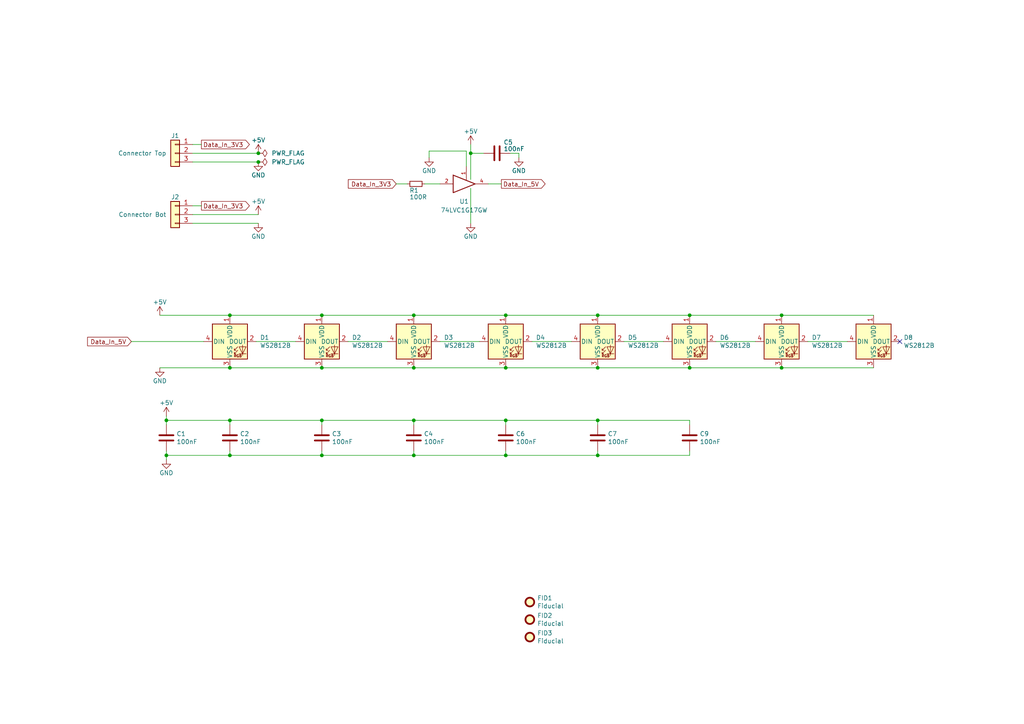
<source format=kicad_sch>
(kicad_sch (version 20211123) (generator eeschema)
  (paper "A4")
  (title_block (title "Index - Ring Light") (date "2021-09-14") (rev "04"))
  (lib_symbols
    (symbol "74xGxx:74AHCT1G126" (pin_names (offset 1.016))
      (property "Reference" "U" (at -2.54 3.81 0))
      (property "Value" "74AHCT1G126" (at 0 -3.81 0))
      (symbol "74AHCT1G126_0_1"
        (polyline (pts (xy -3.81 2.54) (xy -3.81 -2.54) (xy 2.54 0) (xy -3.81 2.54)) (stroke (width 0.254)))
      )
      (symbol "74AHCT1G126_1_1"
        (pin input line (at 0 5.08 270) (length 3.937) (name "~") (number "1"))
        (pin input line (at -7.62 0 0) (length 3.81) (name "~") (number "2"))
        (pin power_in line (at 1.27 -1.27 270) (length 0) hide (name "GND") (number "3"))
        (pin tri_state line (at 6.35 0 180) (length 3.81) (name "~") (number "4"))
        (pin power_in line (at 1.27 1.27 90) (length 0) hide (name "VCC") (number "5"))
      )
    )
    (symbol "Connector_Generic:Conn_01x03" (pin_names (offset 1.016) hide)
      (property "Reference" "J" (at 0 5.08 0))
      (property "Value" "Conn_01x03" (at 0 -5.08 0))
      (symbol "Conn_01x03_1_1"
        (rectangle (start -1.27 -2.413) (end 0 -2.667) (stroke (width 0.1524)))
        (rectangle (start -1.27 0.127) (end 0 -0.127) (stroke (width 0.1524)))
        (rectangle (start -1.27 2.667) (end 0 2.413) (stroke (width 0.1524)))
        (rectangle (start -1.27 3.81) (end 1.27 -3.81) (stroke (width 0.254)) (fill (type background)))
        (pin passive line (at -5.08 2.54 0) (length 3.81) (name "Pin_1") (number "1"))
        (pin passive line (at -5.08 0 0) (length 3.81) (name "Pin_2") (number "2"))
        (pin passive line (at -5.08 -2.54 0) (length 3.81) (name "Pin_3") (number "3"))
      )
    )
    (symbol "Device:C" (pin_numbers hide) (pin_names (offset 0.254))
      (property "Reference" "C" (at 0.635 2.54 0))
      (property "Value" "C" (at 0.635 -2.54 0))
      (symbol "C_0_1"
        (polyline (pts (xy -2.032 -0.762) (xy 2.032 -0.762)) (stroke (width 0.508)))
        (polyline (pts (xy -2.032 0.762) (xy 2.032 0.762)) (stroke (width 0.508)))
      )
      (symbol "C_1_1"
        (pin passive line (at 0 3.81 270) (length 2.794) (name "~") (number "1"))
        (pin passive line (at 0 -3.81 90) (length 2.794) (name "~") (number "2"))
      )
    )
    (symbol "Device:R_Small" (pin_numbers hide) (pin_names (offset 0.254) hide)
      (property "Reference" "R" (at 0.762 0.508 0))
      (property "Value" "R_Small" (at 0.762 -1.016 0))
      (symbol "R_Small_0_1"
        (rectangle (start -0.762 1.778) (end 0.762 -1.778) (stroke (width 0.2032)))
      )
      (symbol "R_Small_1_1"
        (pin passive line (at 0 2.54 270) (length 0.762) (name "~") (number "1"))
        (pin passive line (at 0 -2.54 90) (length 0.762) (name "~") (number "2"))
      )
    )
    (symbol "LED:WS2812B" (pin_names (offset 0.254))
      (property "Reference" "D" (at 5.08 5.715 0))
      (property "Value" "WS2812B" (at 1.27 -5.715 0))
      (symbol "WS2812B_0_0"
        (text "RGB" (at 2.286 -4.191 0) (effects (font (size 0.762 0.762))))
      )
      (symbol "WS2812B_0_1"
        (polyline (pts (xy 1.27 -3.556) (xy 1.778 -3.556)))
        (polyline (pts (xy 1.27 -2.54) (xy 1.778 -2.54)))
        (polyline (pts (xy 4.699 -3.556) (xy 2.667 -3.556)))
        (polyline (pts (xy 2.286 -2.54) (xy 1.27 -3.556) (xy 1.27 -3.048)))
        (polyline (pts (xy 2.286 -1.524) (xy 1.27 -2.54) (xy 1.27 -2.032)))
        (polyline (pts (xy 3.683 -1.016) (xy 3.683 -3.556) (xy 3.683 -4.064)))
        (polyline (pts (xy 4.699 -1.524) (xy 2.667 -1.524) (xy 3.683 -3.556) (xy 4.699 -1.524)))
        (rectangle (start 5.08 5.08) (end -5.08 -5.08) (stroke (width 0.254)) (fill (type background)))
      )
      (symbol "WS2812B_1_1"
        (pin power_in line (at 0 7.62 270) (length 2.54) (name "VDD") (number "1"))
        (pin output line (at 7.62 0 180) (length 2.54) (name "DOUT") (number "2"))
        (pin power_in line (at 0 -7.62 90) (length 2.54) (name "VSS") (number "3"))
        (pin input line (at -7.62 0 0) (length 2.54) (name "DIN") (number "4"))
      )
    )
    (symbol "Mechanical:Fiducial"
      (property "Reference" "FID" (at 0 5.08 0))
      (property "Value" "Fiducial" (at 0 3.175 0))
      (symbol "Fiducial_0_1"
        (circle (center 0 0) (radius 1.27) (stroke (width 0.508)) (fill (type background)))
      )
    )
    (symbol "power:+5V" (power) (pin_names (offset 0))
      (property "Value" "+5V" (at 0 3.556 0))
      (symbol "+5V_0_1"
        (polyline (pts (xy -0.762 1.27) (xy 0 2.54)))
        (polyline (pts (xy 0 0) (xy 0 2.54)))
        (polyline (pts (xy 0 2.54) (xy 0.762 1.27)))
      )
      (symbol "+5V_1_1"
        (pin power_in line (at 0 0 90) (length 0) hide (name "+5V") (number "1"))
      )
    )
    (symbol "power:GND" (power) (pin_names (offset 0))
      (property "Value" "GND" (at 0 -3.81 0))
      (symbol "GND_0_1"
        (polyline (pts (xy 0 0) (xy 0 -1.27) (xy 1.27 -1.27) (xy 0 -2.54) (xy -1.27 -1.27) (xy 0 -1.27)))
      )
      (symbol "GND_1_1"
        (pin power_in line (at 0 0 270) (length 0) hide (name "GND") (number "1"))
      )
    )
    (symbol "power:PWR_FLAG" (power) (pin_numbers hide) (pin_names (offset 0) hide)
      (property "Value" "PWR_FLAG" (at 0 3.81 0))
      (symbol "PWR_FLAG_0_0"
        (pin power_out line (at 0 0 90) (length 0) (name "pwr") (number "1"))
      )
      (symbol "PWR_FLAG_0_1"
        (polyline (pts (xy 0 0) (xy 0 1.27) (xy -1.016 1.905) (xy 0 2.54) (xy 1.016 1.905) (xy 0 1.27)))
      )
    )
  )
  (junction (at 173.355 106.68))
  (junction (at 66.675 91.44))
  (junction (at 93.345 132.08))
  (junction (at 66.675 121.92))
  (junction (at 66.675 106.68))
  (junction (at 120.015 106.68))
  (junction (at 226.695 106.68))
  (junction (at 173.355 132.08))
  (junction (at 146.685 91.44))
  (junction (at 226.695 91.44))
  (junction (at 74.93 46.99))
  (junction (at 74.93 44.45))
  (junction (at 48.26 132.08))
  (junction (at 146.685 132.08))
  (junction (at 66.675 132.08))
  (junction (at 120.015 91.44))
  (junction (at 93.345 121.92))
  (junction (at 120.015 121.92))
  (junction (at 146.685 121.92))
  (junction (at 146.685 106.68))
  (junction (at 200.025 91.44))
  (junction (at 93.345 106.68))
  (junction (at 120.015 132.08))
  (junction (at 200.025 106.68))
  (junction (at 93.345 91.44))
  (junction (at 173.355 121.92))
  (junction (at 136.525 44.45))
  (junction (at 173.355 91.44))
  (junction (at 48.26 121.92))
  (no_connect (at 260.985 99.06))
  (wire (pts (xy 173.355 91.44) (xy 200.025 91.44)))
  (wire (pts (xy 150.495 44.45) (xy 150.495 45.72)))
  (wire (pts (xy 120.015 91.44) (xy 146.685 91.44)))
  (wire (pts (xy 120.015 121.92) (xy 146.685 121.92)))
  (wire (pts (xy 93.345 106.68) (xy 66.675 106.68)))
  (wire (pts (xy 46.355 91.44) (xy 66.675 91.44)))
  (wire (pts (xy 200.025 121.92) (xy 200.025 123.19)))
  (wire (pts (xy 66.675 121.92) (xy 66.675 123.19)))
  (wire (pts (xy 55.88 41.91) (xy 58.42 41.91)))
  (wire (pts (xy 120.015 132.08) (xy 146.685 132.08)))
  (wire (pts (xy 127.635 99.06) (xy 139.065 99.06)))
  (wire (pts (xy 38.1 99.06) (xy 59.055 99.06)))
  (wire (pts (xy 114.935 53.34) (xy 118.11 53.34)))
  (wire (pts (xy 146.685 132.08) (xy 146.685 130.81)))
  (wire (pts (xy 55.88 59.69) (xy 58.42 59.69)))
  (wire (pts (xy 207.645 99.06) (xy 219.075 99.06)))
  (wire (pts (xy 141.605 53.34) (xy 145.415 53.34)))
  (wire (pts (xy 140.335 44.45) (xy 136.525 44.45)))
  (wire (pts (xy 154.305 99.06) (xy 165.735 99.06)))
  (wire (pts (xy 66.675 132.08) (xy 93.345 132.08)))
  (wire (pts (xy 48.26 130.81) (xy 48.26 132.08)))
  (wire (pts (xy 48.26 121.92) (xy 48.26 123.19)))
  (wire (pts (xy 180.975 99.06) (xy 192.405 99.06)))
  (wire (pts (xy 124.46 43.815) (xy 124.46 45.72)))
  (wire (pts (xy 93.345 91.44) (xy 120.015 91.44)))
  (wire (pts (xy 234.315 99.06) (xy 245.745 99.06)))
  (wire (pts (xy 55.88 44.45) (xy 74.93 44.45)))
  (wire (pts (xy 200.025 106.68) (xy 226.695 106.68)))
  (wire (pts (xy 55.88 62.23) (xy 74.93 62.23)))
  (wire (pts (xy 66.675 132.08) (xy 66.675 130.81)))
  (wire (pts (xy 173.355 132.08) (xy 200.025 132.08)))
  (wire (pts (xy 55.88 64.77) (xy 74.93 64.77)))
  (wire (pts (xy 93.345 132.08) (xy 93.345 130.81)))
  (wire (pts (xy 200.025 132.08) (xy 200.025 130.81)))
  (wire (pts (xy 173.355 121.92) (xy 173.355 123.19)))
  (wire (pts (xy 100.965 99.06) (xy 112.395 99.06)))
  (wire (pts (xy 93.345 132.08) (xy 120.015 132.08)))
  (wire (pts (xy 46.355 106.68) (xy 66.675 106.68)))
  (wire (pts (xy 136.525 44.45) (xy 136.525 52.07)))
  (wire (pts (xy 120.015 121.92) (xy 120.015 123.19)))
  (wire (pts (xy 173.355 121.92) (xy 200.025 121.92)))
  (wire (pts (xy 136.525 54.61) (xy 136.525 64.77)))
  (wire (pts (xy 173.355 132.08) (xy 173.355 130.81)))
  (wire (pts (xy 200.025 106.68) (xy 173.355 106.68)))
  (wire (pts (xy 93.345 121.92) (xy 120.015 121.92)))
  (wire (pts (xy 146.685 106.68) (xy 173.355 106.68)))
  (wire (pts (xy 147.955 44.45) (xy 150.495 44.45)))
  (wire (pts (xy 120.015 106.68) (xy 146.685 106.68)))
  (wire (pts (xy 146.685 121.92) (xy 146.685 123.19)))
  (wire (pts (xy 200.025 91.44) (xy 226.695 91.44)))
  (wire (pts (xy 146.685 132.08) (xy 173.355 132.08)))
  (wire (pts (xy 226.695 91.44) (xy 253.365 91.44)))
  (wire (pts (xy 48.26 132.08) (xy 48.26 133.35)))
  (wire (pts (xy 123.19 53.34) (xy 127.635 53.34)))
  (wire (pts (xy 146.685 91.44) (xy 173.355 91.44)))
  (wire (pts (xy 48.26 120.65) (xy 48.26 121.92)))
  (wire (pts (xy 74.295 99.06) (xy 85.725 99.06)))
  (wire (pts (xy 135.255 48.26) (xy 135.255 43.815)))
  (wire (pts (xy 93.345 121.92) (xy 93.345 123.19)))
  (wire (pts (xy 55.88 46.99) (xy 74.93 46.99)))
  (wire (pts (xy 48.26 132.08) (xy 66.675 132.08)))
  (wire (pts (xy 93.345 106.68) (xy 120.015 106.68)))
  (wire (pts (xy 136.525 41.91) (xy 136.525 44.45)))
  (wire (pts (xy 66.675 121.92) (xy 93.345 121.92)))
  (wire (pts (xy 48.26 121.92) (xy 66.675 121.92)))
  (wire (pts (xy 120.015 132.08) (xy 120.015 130.81)))
  (wire (pts (xy 124.46 43.815) (xy 135.255 43.815)))
  (wire (pts (xy 226.695 106.68) (xy 253.365 106.68)))
  (wire (pts (xy 146.685 121.92) (xy 173.355 121.92)))
  (wire (pts (xy 66.675 91.44) (xy 93.345 91.44)))
  (global_label "Data_In_3V3" (shape output) (at 58.42 41.91 0) (property "Intersheet References" "${INTERSHEET_REFS}" (effects hide)))
  (global_label "Data_In_3V3" (shape input) (at 114.935 53.34 180) (property "Intersheet References" "${INTERSHEET_REFS}" (effects hide)))
  (global_label "Data_In_5V" (shape output) (at 145.415 53.34 0) (property "Intersheet References" "${INTERSHEET_REFS}" (effects hide)))
  (global_label "Data_In_3V3" (shape output) (at 58.42 59.69 0) (property "Intersheet References" "${INTERSHEET_REFS}" (effects hide)))
  (global_label "Data_In_5V" (shape input) (at 38.1 99.06 180) (property "Intersheet References" "${INTERSHEET_REFS}" (effects hide)))
  (symbol (lib_id "LED:WS2812B") (at 66.675 99.06 0) (unit 1)
    (property "Reference" "D1" (at 75.4126 97.8916 0) (effects (justify left)))
    (property "Value" "WS2812B" (at 75.4126 100.203 0) (effects (justify left)))
    (property "Footprint" "LED_SMD:LED_WS2812B_PLCC4_5.0x5.0mm_P3.2mm" (effects hide))
    (property "Datasheet" "https://cdn-shop.adafruit.com/datasheets/WS2812B.pdf" (effects hide))
    (property "Part #" "WS2812B" (effects hide))
    (property "LCSC" "C2843785" (effects hide))
  )
  (symbol (lib_id "LED:WS2812B") (at 93.345 99.06 0) (unit 1)
    (property "Reference" "D2" (at 102.0826 97.8916 0) (effects (justify left)))
    (property "Value" "WS2812B" (at 102.0826 100.203 0) (effects (justify left)))
    (property "Footprint" "LED_SMD:LED_WS2812B_PLCC4_5.0x5.0mm_P3.2mm" (effects hide))
    (property "Datasheet" "https://cdn-shop.adafruit.com/datasheets/WS2812B.pdf" (effects hide))
    (property "Part #" "WS2812B" (effects hide))
    (property "LCSC" "C2843785" (effects hide))
  )
  (symbol (lib_id "LED:WS2812B") (at 120.015 99.06 0) (unit 1)
    (property "Reference" "D3" (at 128.7526 97.8916 0) (effects (justify left)))
    (property "Value" "WS2812B" (at 128.7526 100.203 0) (effects (justify left)))
    (property "Footprint" "LED_SMD:LED_WS2812B_PLCC4_5.0x5.0mm_P3.2mm" (effects hide))
    (property "Datasheet" "https://cdn-shop.adafruit.com/datasheets/WS2812B.pdf" (effects hide))
    (property "Part #" "WS2812B" (effects hide))
    (property "LCSC" "C2843785" (effects hide))
  )
  (symbol (lib_id "LED:WS2812B") (at 146.685 99.06 0) (unit 1)
    (property "Reference" "D4" (at 155.4226 97.8916 0) (effects (justify left)))
    (property "Value" "WS2812B" (at 155.4226 100.203 0) (effects (justify left)))
    (property "Footprint" "LED_SMD:LED_WS2812B_PLCC4_5.0x5.0mm_P3.2mm" (effects hide))
    (property "Datasheet" "https://cdn-shop.adafruit.com/datasheets/WS2812B.pdf" (effects hide))
    (property "Part #" "WS2812B" (effects hide))
    (property "LCSC" "C2843785" (effects hide))
  )
  (symbol (lib_id "LED:WS2812B") (at 173.355 99.06 0) (unit 1)
    (property "Reference" "D5" (at 182.0926 97.8916 0) (effects (justify left)))
    (property "Value" "WS2812B" (at 182.0926 100.203 0) (effects (justify left)))
    (property "Footprint" "LED_SMD:LED_WS2812B_PLCC4_5.0x5.0mm_P3.2mm" (effects hide))
    (property "Datasheet" "https://cdn-shop.adafruit.com/datasheets/WS2812B.pdf" (effects hide))
    (property "Part #" "WS2812B" (effects hide))
    (property "LCSC" "C2843785" (effects hide))
  )
  (symbol (lib_id "LED:WS2812B") (at 200.025 99.06 0) (unit 1)
    (property "Reference" "D6" (at 208.7626 97.8916 0) (effects (justify left)))
    (property "Value" "WS2812B" (at 208.7626 100.203 0) (effects (justify left)))
    (property "Footprint" "LED_SMD:LED_WS2812B_PLCC4_5.0x5.0mm_P3.2mm" (effects hide))
    (property "Datasheet" "https://cdn-shop.adafruit.com/datasheets/WS2812B.pdf" (effects hide))
    (property "Part #" "WS2812B" (effects hide))
    (property "LCSC" "C2843785" (effects hide))
  )
  (symbol (lib_id "LED:WS2812B") (at 226.695 99.06 0) (unit 1)
    (property "Reference" "D7" (at 235.4326 97.8916 0) (effects (justify left)))
    (property "Value" "WS2812B" (at 235.4326 100.203 0) (effects (justify left)))
    (property "Footprint" "LED_SMD:LED_WS2812B_PLCC4_5.0x5.0mm_P3.2mm" (effects hide))
    (property "Datasheet" "https://cdn-shop.adafruit.com/datasheets/WS2812B.pdf" (effects hide))
    (property "Part #" "WS2812B" (effects hide))
    (property "LCSC" "C2843785" (effects hide))
  )
  (symbol (lib_id "LED:WS2812B") (at 253.365 99.06 0) (unit 1)
    (property "Reference" "D8" (at 262.1026 97.8916 0) (effects (justify left)))
    (property "Value" "WS2812B" (at 262.1026 100.203 0) (effects (justify left)))
    (property "Footprint" "LED_SMD:LED_WS2812B_PLCC4_5.0x5.0mm_P3.2mm" (effects hide))
    (property "Datasheet" "https://cdn-shop.adafruit.com/datasheets/WS2812B.pdf" (effects hide))
    (property "Part #" "WS2812B" (effects hide))
    (property "LCSC" "C2843785" (effects hide))
  )
  (symbol (lib_id "Mechanical:Fiducial") (at 153.67 174.625 0) (unit 1)
    (property "Reference" "FID1" (at 155.829 173.4566 0) (effects (justify left)))
    (property "Value" "Fiducial" (at 155.829 175.768 0) (effects (justify left)))
    (property "Footprint" "Fiducial:Fiducial_1mm_Mask2mm" (effects hide))
  )
  (symbol (lib_id "Mechanical:Fiducial") (at 153.67 179.705 0) (unit 1)
    (property "Reference" "FID2" (at 155.829 178.5366 0) (effects (justify left)))
    (property "Value" "Fiducial" (at 155.829 180.848 0) (effects (justify left)))
    (property "Footprint" "Fiducial:Fiducial_1mm_Mask2mm" (effects hide))
  )
  (symbol (lib_id "Mechanical:Fiducial") (at 153.67 184.785 0) (unit 1)
    (property "Reference" "FID3" (at 155.829 183.6166 0) (effects (justify left)))
    (property "Value" "Fiducial" (at 155.829 185.928 0) (effects (justify left)))
    (property "Footprint" "Fiducial:Fiducial_1mm_Mask2mm" (effects hide))
  )
  (symbol (lib_id "power:GND") (at 46.355 106.68 0) (unit 1)
    (property "Reference" "#PWR02" (effects hide))
    (property "Value" "GND" (at 46.355 110.49 0))
  )
  (symbol (lib_id "power:+5V") (at 46.355 91.44 0) (unit 1)
    (property "Reference" "#PWR01" (effects hide))
    (property "Value" "+5V" (at 46.355 87.63 0))
  )
  (symbol (lib_id "power:+5V") (at 48.26 120.65 0) (unit 1)
    (property "Reference" "#PWR03" (effects hide))
    (property "Value" "+5V" (at 48.26 116.84 0))
  )
  (symbol (lib_id "power:GND") (at 48.26 133.35 0) (unit 1)
    (property "Reference" "#PWR04" (effects hide))
    (property "Value" "GND" (at 48.26 137.16 0))
  )
  (symbol (lib_id "Device:C") (at 66.675 127 0) (unit 1)
    (property "Reference" "C2" (at 69.596 125.8316 0) (effects (justify left)))
    (property "Value" "100nF" (at 69.596 128.143 0) (effects (justify left)))
    (property "Footprint" "Capacitor_SMD:C_0805_2012Metric" (effects hide))
    (property "Part #" "CC0805KRX7R9BB104" (effects hide))
    (property "JLCPCB" "C49678" (effects hide))
    (property "LCSC" "C49678" (effects hide))
  )
  (symbol (lib_id "Connector_Generic:Conn_01x03") (at 50.8 62.23 0) (mirror y) (unit 1)
    (property "Reference" "J2" (at 50.8 57.15 0))
    (property "Value" "Connector Bot" (at 48.26 62.23 0) (effects (justify left)))
    (property "Footprint" "Connector_JST:JST_XH_S3B-XH-A-1_1x03_P2.50mm_Horizontal" (effects hide))
    (property "Part #" "S3B-XH-A-1(LF)(SN)" (effects hide))
    (property "JLCPCB" "C163036" (effects hide))
    (property "LCSC" "C163036" (effects hide))
  )
  (symbol (lib_id "power:+5V") (at 74.93 44.45 0) (unit 1)
    (property "Reference" "#PWR05" (effects hide))
    (property "Value" "+5V" (at 74.93 40.64 0))
  )
  (symbol (lib_id "power:GND") (at 74.93 46.99 0) (unit 1)
    (property "Reference" "#PWR06" (effects hide))
    (property "Value" "GND" (at 74.93 50.8 0))
  )
  (symbol (lib_id "power:GND") (at 136.525 64.77 0) (unit 1)
    (property "Reference" "#PWR011" (effects hide))
    (property "Value" "GND" (at 136.525 68.58 0))
  )
  (symbol (lib_id "power:GND") (at 150.495 45.72 0) (unit 1)
    (property "Reference" "#PWR012" (effects hide))
    (property "Value" "GND" (at 150.495 49.53 0))
  )
  (symbol (lib_id "power:+5V") (at 136.525 41.91 0) (unit 1)
    (property "Reference" "#PWR010" (effects hide))
    (property "Value" "+5V" (at 136.525 38.1 0))
  )
  (symbol (lib_id "Device:C") (at 144.145 44.45 90) (unit 1)
    (property "Reference" "C5" (at 146.05 41.275 90) (effects (justify right)))
    (property "Value" "100nF" (at 146.05 43.18 90) (effects (justify right)))
    (property "Footprint" "Capacitor_SMD:C_0805_2012Metric" (effects hide))
    (property "Part #" "CC0805KRX7R9BB104" (effects hide))
    (property "JLCPCB" "C49678" (effects hide))
    (property "LCSC" "C49678" (effects hide))
  )
  (symbol (lib_id "Connector_Generic:Conn_01x03") (at 50.8 44.45 0) (mirror y) (unit 1)
    (property "Reference" "J1" (at 50.8 39.37 0))
    (property "Value" "Connector Top" (at 48.26 44.45 0) (effects (justify left)))
    (property "Footprint" "Connector_JST:JST_XH_B3B-XH-A_1x03_P2.50mm_Vertical" (effects hide))
    (property "Part #" "B3B-XH-A(LF)(SN)" (effects hide))
    (property "JLCPCB" "C144394" (effects hide))
    (property "LCSC" "C144394" (effects hide))
  )
  (symbol (lib_id "Device:C") (at 93.345 127 0) (unit 1)
    (property "Reference" "C3" (at 96.266 125.8316 0) (effects (justify left)))
    (property "Value" "100nF" (at 96.266 128.143 0) (effects (justify left)))
    (property "Footprint" "Capacitor_SMD:C_0805_2012Metric" (effects hide))
    (property "Part #" "CC0805KRX7R9BB104" (effects hide))
    (property "JLCPCB" "C49678" (effects hide))
    (property "LCSC" "C49678" (effects hide))
  )
  (symbol (lib_id "Device:C") (at 120.015 127 0) (unit 1)
    (property "Reference" "C4" (at 122.936 125.8316 0) (effects (justify left)))
    (property "Value" "100nF" (at 122.936 128.143 0) (effects (justify left)))
    (property "Footprint" "Capacitor_SMD:C_0805_2012Metric" (effects hide))
    (property "Part #" "CC0805KRX7R9BB104" (effects hide))
    (property "JLCPCB" "C49678" (effects hide))
    (property "LCSC" "C49678" (effects hide))
  )
  (symbol (lib_id "Device:C") (at 146.685 127 0) (unit 1)
    (property "Reference" "C6" (at 149.606 125.8316 0) (effects (justify left)))
    (property "Value" "100nF" (at 149.606 128.143 0) (effects (justify left)))
    (property "Footprint" "Capacitor_SMD:C_0805_2012Metric" (effects hide))
    (property "Part #" "CC0805KRX7R9BB104" (effects hide))
    (property "JLCPCB" "C49678" (effects hide))
    (property "LCSC" "C49678" (effects hide))
  )
  (symbol (lib_id "Device:C") (at 173.355 127 0) (unit 1)
    (property "Reference" "C7" (at 176.276 125.8316 0) (effects (justify left)))
    (property "Value" "100nF" (at 176.276 128.143 0) (effects (justify left)))
    (property "Footprint" "Capacitor_SMD:C_0805_2012Metric" (effects hide))
    (property "Part #" "CC0805KRX7R9BB104" (effects hide))
    (property "JLCPCB" "C49678" (effects hide))
    (property "LCSC" "C49678" (effects hide))
  )
  (symbol (lib_id "power:+5V") (at 74.93 62.23 0) (unit 1)
    (property "Reference" "#PWR07" (effects hide))
    (property "Value" "+5V" (at 74.93 58.42 0))
  )
  (symbol (lib_id "Device:C") (at 200.025 127 0) (unit 1)
    (property "Reference" "C9" (at 202.946 125.8316 0) (effects (justify left)))
    (property "Value" "100nF" (at 202.946 128.143 0) (effects (justify left)))
    (property "Footprint" "Capacitor_SMD:C_0805_2012Metric" (effects hide))
    (property "Part #" "CC0805KRX7R9BB104" (effects hide))
    (property "JLCPCB" "C49678" (effects hide))
    (property "LCSC" "C49678" (effects hide))
  )
  (symbol (lib_id "power:GND") (at 74.93 64.77 0) (unit 1)
    (property "Reference" "#PWR08" (effects hide))
    (property "Value" "GND" (at 74.93 68.58 0))
  )
  (symbol (lib_id "Device:R_Small") (at 120.65 53.34 270) (unit 1)
    (property "Reference" "R1" (at 118.745 55.245 90) (effects (justify left)))
    (property "Value" "100R" (at 118.745 57.15 90) (effects (justify left)))
    (property "Footprint" "Resistor_SMD:R_0805_2012Metric" (effects hide))
    (property "Part #" "0805W8F1000T5E" (effects hide))
    (property "LCSC" "C17408" (effects hide))
  )
  (symbol (lib_id "power:GND") (at 124.46 45.72 0) (unit 1)
    (property "Reference" "#PWR09" (effects hide))
    (property "Value" "GND" (at 124.46 49.53 0))
  )
  (symbol (lib_id "Device:C") (at 48.26 127 0) (unit 1)
    (property "Reference" "C1" (at 51.181 125.8316 0) (effects (justify left)))
    (property "Value" "100nF" (at 51.181 128.143 0) (effects (justify left)))
    (property "Footprint" "Capacitor_SMD:C_0805_2012Metric" (effects hide))
    (property "Part #" "CC0805KRX7R9BB104" (effects hide))
    (property "JLCPCB" "C49678" (effects hide))
    (property "LCSC" "C49678" (effects hide))
  )
  (symbol (lib_id "power:PWR_FLAG") (at 74.93 44.45 270) (unit 1)
    (property "Reference" "#FLG01" (effects hide))
    (property "Value" "PWR_FLAG" (at 78.74 44.4499 90) (effects (justify left)))
  )
  (symbol (lib_id "power:PWR_FLAG") (at 74.93 46.99 270) (unit 1)
    (property "Reference" "#FLG02" (effects hide))
    (property "Value" "PWR_FLAG" (at 78.74 46.9899 90) (effects (justify left)))
  )
  (symbol (lib_id "74xGxx:74AHCT1G126") (at 135.255 53.34 0) (unit 1)
    (property "Reference" "U1" (at 134.62 58.42 0))
    (property "Value" "74LVC1G17GW" (at 134.62 60.96 0))
    (property "Footprint" "Package_TO_SOT_SMD:SOT-353_SC-70-5" (effects hide))
    (property "Datasheet" "http://www.ti.com/lit/sg/scyt129e/scyt129e.pdf" (effects hide))
    (property "LCSC" "C426705" (effects hide))
  )
)
</source>
